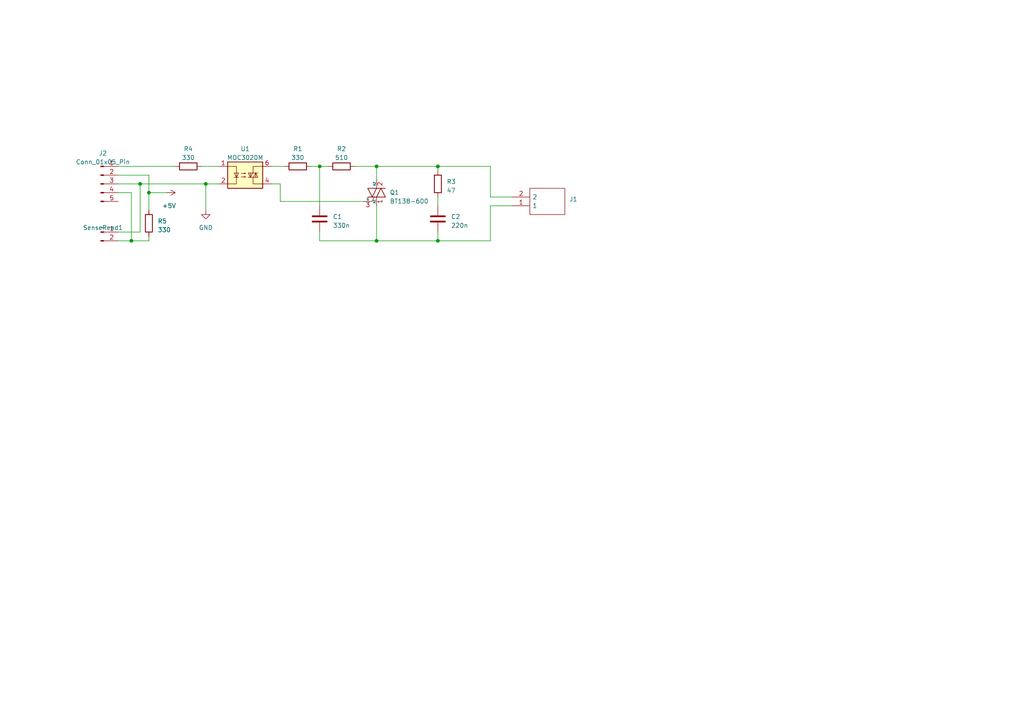
<source format=kicad_sch>
(kicad_sch (version 20230121) (generator eeschema)
  (paper "A4")
  (lib_symbols
    (symbol "Conectores:KRE_02" (pin_names (offset 0.762))
      (property "Reference" "J" (at 5.08 3.81 0))
      (symbol "KRE_02_0_0"
        (pin passive line (at 0 0 0) (length 5.08) (name "1") (number "1"))
        (pin passive line (at 0 -2.54 0) (length 5.08) (name "2") (number "2"))
      )
      (symbol "KRE_02_0_1"
        (polyline (pts (xy 5.08 2.54) (xy 15.24 2.54) (xy 15.24 -5.08) (xy 5.08 -5.08) (xy 5.08 2.54)) (stroke (width 0.1524)))
      )
    )
    (symbol "Connector:Conn_01x02_Pin" (pin_names (offset 1.016) hide)
      (property "Reference" "J" (at 0 2.54 0))
      (property "Value" "Conn_01x02_Pin" (at 0 -5.08 0))
      (symbol "Conn_01x02_Pin_1_1"
        (polyline (pts (xy 1.27 -2.54) (xy 0.8636 -2.54)) (stroke (width 0.1524)))
        (polyline (pts (xy 1.27 0) (xy 0.8636 0)) (stroke (width 0.1524)))
        (rectangle (start 0.8636 -2.413) (end 0 -2.667) (stroke (width 0.1524)) (fill (type outline)))
        (rectangle (start 0.8636 0.127) (end 0 -0.127) (stroke (width 0.1524)) (fill (type outline)))
        (pin passive line (at 5.08 0 180) (length 3.81) (name "Pin_1") (number "1"))
        (pin passive line (at 5.08 -2.54 180) (length 3.81) (name "Pin_2") (number "2"))
      )
    )
    (symbol "Connector:Conn_01x05_Pin" (pin_names (offset 1.016) hide)
      (property "Reference" "J" (at 0 7.62 0))
      (property "Value" "Conn_01x05_Pin" (at 0 -7.62 0))
      (symbol "Conn_01x05_Pin_1_1"
        (polyline (pts (xy 1.27 -5.08) (xy 0.8636 -5.08)) (stroke (width 0.1524)))
        (polyline (pts (xy 1.27 -2.54) (xy 0.8636 -2.54)) (stroke (width 0.1524)))
        (polyline (pts (xy 1.27 0) (xy 0.8636 0)) (stroke (width 0.1524)))
        (polyline (pts (xy 1.27 2.54) (xy 0.8636 2.54)) (stroke (width 0.1524)))
        (polyline (pts (xy 1.27 5.08) (xy 0.8636 5.08)) (stroke (width 0.1524)))
        (rectangle (start 0.8636 -4.953) (end 0 -5.207) (stroke (width 0.1524)) (fill (type outline)))
        (rectangle (start 0.8636 -2.413) (end 0 -2.667) (stroke (width 0.1524)) (fill (type outline)))
        (rectangle (start 0.8636 0.127) (end 0 -0.127) (stroke (width 0.1524)) (fill (type outline)))
        (rectangle (start 0.8636 2.667) (end 0 2.413) (stroke (width 0.1524)) (fill (type outline)))
        (rectangle (start 0.8636 5.207) (end 0 4.953) (stroke (width 0.1524)) (fill (type outline)))
        (pin passive line (at 5.08 5.08 180) (length 3.81) (name "Pin_1") (number "1"))
        (pin passive line (at 5.08 2.54 180) (length 3.81) (name "Pin_2") (number "2"))
        (pin passive line (at 5.08 0 180) (length 3.81) (name "Pin_3") (number "3"))
        (pin passive line (at 5.08 -2.54 180) (length 3.81) (name "Pin_4") (number "4"))
        (pin passive line (at 5.08 -5.08 180) (length 3.81) (name "Pin_5") (number "5"))
      )
    )
    (symbol "Device:C" (pin_numbers hide) (pin_names (offset 0.254))
      (property "Reference" "C" (at 0.635 2.54 0))
      (property "Value" "C" (at 0.635 -2.54 0))
      (symbol "C_0_1"
        (polyline (pts (xy -2.032 -0.762) (xy 2.032 -0.762)) (stroke (width 0.508)))
        (polyline (pts (xy -2.032 0.762) (xy 2.032 0.762)) (stroke (width 0.508)))
      )
      (symbol "C_1_1"
        (pin passive line (at 0 3.81 270) (length 2.794) (name "~") (number "1"))
        (pin passive line (at 0 -3.81 90) (length 2.794) (name "~") (number "2"))
      )
    )
    (symbol "Device:R" (pin_numbers hide) (pin_names (offset 0))
      (property "Reference" "R" (at 2.032 0 90))
      (property "Value" "R" (at 0 0 90))
      (symbol "R_0_1"
        (rectangle (start -1.016 -2.54) (end 1.016 2.54) (stroke (width 0.254)))
      )
      (symbol "R_1_1"
        (pin passive line (at 0 3.81 270) (length 1.27) (name "~") (number "1"))
        (pin passive line (at 0 -3.81 90) (length 1.27) (name "~") (number "2"))
      )
    )
    (symbol "Relay_SolidState:MOC3020M"
      (property "Reference" "U" (at -5.334 4.826 0))
      (property "Value" "MOC3020M" (at 0 5.08 0))
      (symbol "MOC3020M_0_1"
        (rectangle (start -5.08 3.81) (end 5.08 -3.81) (stroke (width 0.254)) (fill (type background)))
        (polyline (pts (xy -3.175 -0.635) (xy -1.905 -0.635)))
        (polyline (pts (xy 1.524 -0.635) (xy 1.524 0.635)))
        (polyline (pts (xy 3.048 0.635) (xy 3.048 -0.635)))
        (polyline (pts (xy 2.286 -0.635) (xy 2.286 -2.54) (xy 5.08 -2.54)))
        (polyline (pts (xy 2.286 0.635) (xy 2.286 2.54) (xy 5.08 2.54)))
        (polyline (pts (xy -5.08 2.54) (xy -2.54 2.54) (xy -2.54 -2.54) (xy -5.08 -2.54)))
        (polyline (pts (xy -2.54 -0.635) (xy -3.175 0.635) (xy -1.905 0.635) (xy -2.54 -0.635)))
        (polyline (pts (xy 0.889 -0.635) (xy 3.683 -0.635) (xy 3.048 0.635) (xy 2.413 -0.635)))
        (polyline (pts (xy 3.683 0.635) (xy 0.889 0.635) (xy 1.524 -0.635) (xy 2.159 0.635)))
        (polyline (pts (xy -1.143 -0.508) (xy 0.127 -0.508) (xy -0.254 -0.635) (xy -0.254 -0.381) (xy 0.127 -0.508)))
        (polyline (pts (xy -1.143 0.508) (xy 0.127 0.508) (xy -0.254 0.381) (xy -0.254 0.635) (xy 0.127 0.508)))
      )
      (symbol "MOC3020M_1_1"
        (pin passive line (at -7.62 2.54 0) (length 2.54) (name "~") (number "1"))
        (pin passive line (at -7.62 -2.54 0) (length 2.54) (name "~") (number "2"))
        (pin no_connect line (at -5.08 0 0) (length 2.54) hide (name "NC") (number "3"))
        (pin passive line (at 7.62 -2.54 180) (length 2.54) (name "~") (number "4"))
        (pin no_connect line (at 5.08 0 180) (length 2.54) hide (name "NC") (number "5"))
        (pin passive line (at 7.62 2.54 180) (length 2.54) (name "~") (number "6"))
      )
    )
    (symbol "Triac_Thyristor:BT138-600" (pin_names (offset 0))
      (property "Reference" "Q" (at 5.08 1.905 0))
      (property "Value" "BT138-600" (at 5.08 0 0))
      (symbol "BT138-600_0_1"
        (polyline (pts (xy -2.54 -1.27) (xy 2.54 -1.27)) (stroke (width 0.2032)))
        (polyline (pts (xy -2.54 1.27) (xy 2.54 1.27)) (stroke (width 0.2032)))
        (polyline (pts (xy -1.27 -2.54) (xy -0.635 -1.27)))
        (polyline (pts (xy -2.54 1.27) (xy -1.27 -1.27) (xy 0 1.27)) (stroke (width 0.2032)))
        (polyline (pts (xy 0 -1.27) (xy 1.27 1.27) (xy 2.54 -1.27)) (stroke (width 0.2032)))
      )
      (symbol "BT138-600_1_1"
        (pin passive line (at 0 -3.81 90) (length 2.54) (name "A1") (number "1"))
        (pin passive line (at 0 3.81 270) (length 2.54) (name "A2") (number "2"))
        (pin input line (at -3.81 -2.54 0) (length 2.54) (name "G") (number "3"))
      )
    )
    (symbol "power:+5V" (power) (pin_names (offset 0))
      (property "Value" "+5V" (at 0 3.556 0))
      (symbol "+5V_0_1"
        (polyline (pts (xy -0.762 1.27) (xy 0 2.54)))
        (polyline (pts (xy 0 0) (xy 0 2.54)))
        (polyline (pts (xy 0 2.54) (xy 0.762 1.27)))
      )
      (symbol "+5V_1_1"
        (pin power_in line (at 0 0 90) (length 0) hide (name "+5V") (number "1"))
      )
    )
    (symbol "power:GND" (power) (pin_names (offset 0))
      (property "Value" "GND" (at 0 -3.81 0))
      (symbol "GND_0_1"
        (polyline (pts (xy 0 0) (xy 0 -1.27) (xy 1.27 -1.27) (xy 0 -2.54) (xy -1.27 -1.27) (xy 0 -1.27)))
      )
      (symbol "GND_1_1"
        (pin power_in line (at 0 0 270) (length 0) hide (name "GND") (number "1"))
      )
    )
  )
  (junction (at 127 69.85))
  (junction (at 127 48.26))
  (junction (at 92.71 48.26))
  (junction (at 38.1 69.85))
  (junction (at 59.69 53.34))
  (junction (at 43.18 55.88))
  (junction (at 109.22 69.85))
  (junction (at 40.64 53.34))
  (junction (at 109.22 48.26))
  (wire (pts (xy 43.18 55.88) (xy 48.26 55.88)))
  (wire (pts (xy 127 57.15) (xy 127 59.69)))
  (wire (pts (xy 109.22 48.26) (xy 109.22 52.07)))
  (wire (pts (xy 142.24 57.15) (xy 148.59 57.15)))
  (wire (pts (xy 127 69.85) (xy 127 67.31)))
  (wire (pts (xy 148.59 59.69) (xy 142.24 59.69)))
  (wire (pts (xy 38.1 69.85) (xy 43.18 69.85)))
  (wire (pts (xy 127 49.53) (xy 127 48.26)))
  (wire (pts (xy 81.28 58.42) (xy 105.41 58.42)))
  (wire (pts (xy 59.69 53.34) (xy 59.69 60.96)))
  (wire (pts (xy 142.24 57.15) (xy 142.24 48.26)))
  (wire (pts (xy 109.22 59.69) (xy 109.22 69.85)))
  (wire (pts (xy 43.18 50.8) (xy 43.18 55.88)))
  (wire (pts (xy 142.24 59.69) (xy 142.24 69.85)))
  (wire (pts (xy 109.22 69.85) (xy 127 69.85)))
  (wire (pts (xy 78.74 53.34) (xy 81.28 53.34)))
  (wire (pts (xy 34.29 67.31) (xy 40.64 67.31)))
  (wire (pts (xy 78.74 48.26) (xy 82.55 48.26)))
  (wire (pts (xy 40.64 53.34) (xy 59.69 53.34)))
  (wire (pts (xy 58.42 48.26) (xy 63.5 48.26)))
  (wire (pts (xy 92.71 48.26) (xy 95.25 48.26)))
  (wire (pts (xy 92.71 48.26) (xy 92.71 59.69)))
  (wire (pts (xy 59.69 53.34) (xy 63.5 53.34)))
  (wire (pts (xy 109.22 48.26) (xy 127 48.26)))
  (wire (pts (xy 92.71 67.31) (xy 92.71 69.85)))
  (wire (pts (xy 40.64 67.31) (xy 40.64 53.34)))
  (wire (pts (xy 34.29 50.8) (xy 43.18 50.8)))
  (wire (pts (xy 34.29 53.34) (xy 40.64 53.34)))
  (wire (pts (xy 81.28 53.34) (xy 81.28 58.42)))
  (wire (pts (xy 43.18 60.96) (xy 43.18 55.88)))
  (wire (pts (xy 92.71 69.85) (xy 109.22 69.85)))
  (wire (pts (xy 43.18 68.58) (xy 43.18 69.85)))
  (wire (pts (xy 102.87 48.26) (xy 109.22 48.26)))
  (wire (pts (xy 34.29 69.85) (xy 38.1 69.85)))
  (wire (pts (xy 90.17 48.26) (xy 92.71 48.26)))
  (wire (pts (xy 34.29 48.26) (xy 50.8 48.26)))
  (wire (pts (xy 38.1 55.88) (xy 38.1 69.85)))
  (wire (pts (xy 34.29 55.88) (xy 38.1 55.88)))
  (wire (pts (xy 142.24 69.85) (xy 127 69.85)))
  (wire (pts (xy 142.24 48.26) (xy 127 48.26)))
  (symbol (lib_id "Device:C") (at 92.71 63.5 0) (unit 1)
    (property "Reference" "C1" (at 96.52 62.865 0) (effects (justify left)))
    (property "Value" "330n" (at 96.52 65.405 0) (effects (justify left)))
    (property "Footprint" "Capacitor_THT:C_Rect_L9.0mm_W3.3mm_P7.50mm_MKT" (effects hide))
  )
  (symbol (lib_id "power:+5V") (at 48.26 55.88 270) (unit 1)
    (property "Reference" "#PWR02" (effects hide))
    (property "Value" "+5V" (at 46.99 59.69 90) (effects (justify left)))
  )
  (symbol (lib_id "Device:R") (at 43.18 64.77 180) (unit 1)
    (property "Reference" "R5" (at 45.72 64.135 0) (effects (justify right)))
    (property "Value" "330" (at 45.72 66.675 0) (effects (justify right)))
    (property "Footprint" "Resistor_THT:R_Axial_DIN0207_L6.3mm_D2.5mm_P10.16mm_Horizontal" (effects hide))
  )
  (symbol (lib_id "Device:R") (at 127 53.34 180) (unit 1)
    (property "Reference" "R3" (at 129.54 52.705 0) (effects (justify right)))
    (property "Value" "47" (at 129.54 55.245 0) (effects (justify right)))
    (property "Footprint" "Resistor_THT:R_Axial_DIN0207_L6.3mm_D2.5mm_P10.16mm_Horizontal" (effects hide))
  )
  (symbol (lib_id "Device:R") (at 86.36 48.26 90) (unit 1)
    (property "Reference" "R1" (at 86.36 43.18 90))
    (property "Value" "330" (at 86.36 45.72 90))
    (property "Footprint" "Resistor_THT:R_Axial_DIN0207_L6.3mm_D2.5mm_P10.16mm_Horizontal" (effects hide))
  )
  (symbol (lib_id "Relay_SolidState:MOC3020M") (at 71.12 50.8 0) (unit 1)
    (property "Reference" "U1" (at 71.12 43.18 0))
    (property "Value" "MOC3020M" (at 71.12 45.72 0))
    (property "Footprint" "Package_DIP:DIP-6_W7.62mm_LongPads" (effects hide))
    (property "Datasheet" "https://www.onsemi.com/pub/Collateral/MOC3023M-D.PDF" (effects hide))
  )
  (symbol (lib_id "Conectores:KRE_02") (at 148.59 59.69 0) (mirror x) (unit 1)
    (property "Reference" "J1" (at 165.1 57.785 0) (effects (justify left)))
    (property "Value" "KRE_02" (effects hide))
    (property "Footprint" "KRE02" (effects hide))
    (property "Datasheet" "https://componentsearchengine.com/Datasheets/2/KRE 02.pdf" (effects hide))
    (property "Description" "LUMBERG - KRE 02 - Wire-To-Board Terminal Block, 5 mm, 2 Ways, 4 mm, Screw" (effects hide))
    (property "Height" "15.5" (effects hide))
    (property "Manufacturer_Name" "LUMBERG" (effects hide))
    (property "Manufacturer_Part_Number" "KRE 02" (effects hide))
    (property "Arrow Part Number" "KRE 02" (effects hide))
    (property "Arrow Price/Stock" "https://www.arrow.com/en/products/kre02/lumberg" (effects hide))
  )
  (symbol (lib_id "Triac_Thyristor:BT138-600") (at 109.22 55.88 0) (unit 1)
    (property "Reference" "Q1" (at 113.03 55.8292 0) (effects (justify left)))
    (property "Value" "BT138-600" (at 113.03 58.3692 0) (effects (justify left)))
    (property "Footprint" "Package_TO_SOT_THT:TO-220-3_Vertical" (effects hide))
    (property "Datasheet" "https://assets.nexperia.com/documents/data-sheet/BT138_SER_D_E.pdf" (effects hide))
  )
  (symbol (lib_id "Device:C") (at 127 63.5 0) (unit 1)
    (property "Reference" "C2" (at 130.81 62.865 0) (effects (justify left)))
    (property "Value" "220n" (at 130.81 65.405 0) (effects (justify left)))
    (property "Footprint" "Capacitor_THT:C_Rect_L9.0mm_W3.3mm_P7.50mm_MKT" (effects hide))
  )
  (symbol (lib_id "Connector:Conn_01x02_Pin") (at 29.21 67.31 0) (unit 1)
    (property "Reference" "SenseRead1" (at 29.845 66.04 0))
    (property "Value" "~" (at 29.845 66.04 0))
    (property "Footprint" "Connector_PinHeader_2.54mm:PinHeader_1x02_P2.54mm_Vertical" (effects hide))
  )
  (symbol (lib_id "Connector:Conn_01x05_Pin") (at 29.21 53.34 0) (unit 1)
    (property "Reference" "J2" (at 29.845 44.45 0))
    (property "Value" "Conn_01x05_Pin" (at 29.845 46.99 0))
    (property "Footprint" "Connector_JST:JST_EH_S5B-EH_1x05_P2.50mm_Horizontal" (effects hide))
  )
  (symbol (lib_id "Device:R") (at 99.06 48.26 90) (unit 1)
    (property "Reference" "R2" (at 99.06 43.18 90))
    (property "Value" "510" (at 99.06 45.72 90))
    (property "Footprint" "Resistor_THT:R_Axial_DIN0207_L6.3mm_D2.5mm_P10.16mm_Horizontal" (effects hide))
  )
  (symbol (lib_id "Device:R") (at 54.61 48.26 90) (unit 1)
    (property "Reference" "R4" (at 54.61 43.18 90))
    (property "Value" "330" (at 54.61 45.72 90))
    (property "Footprint" "Resistor_THT:R_Axial_DIN0207_L6.3mm_D2.5mm_P10.16mm_Horizontal" (effects hide))
  )
  (symbol (lib_id "power:GND") (at 59.69 60.96 0) (unit 1)
    (property "Reference" "#PWR01" (effects hide))
    (property "Value" "GND" (at 59.69 66.04 0))
  )
)
</source>
